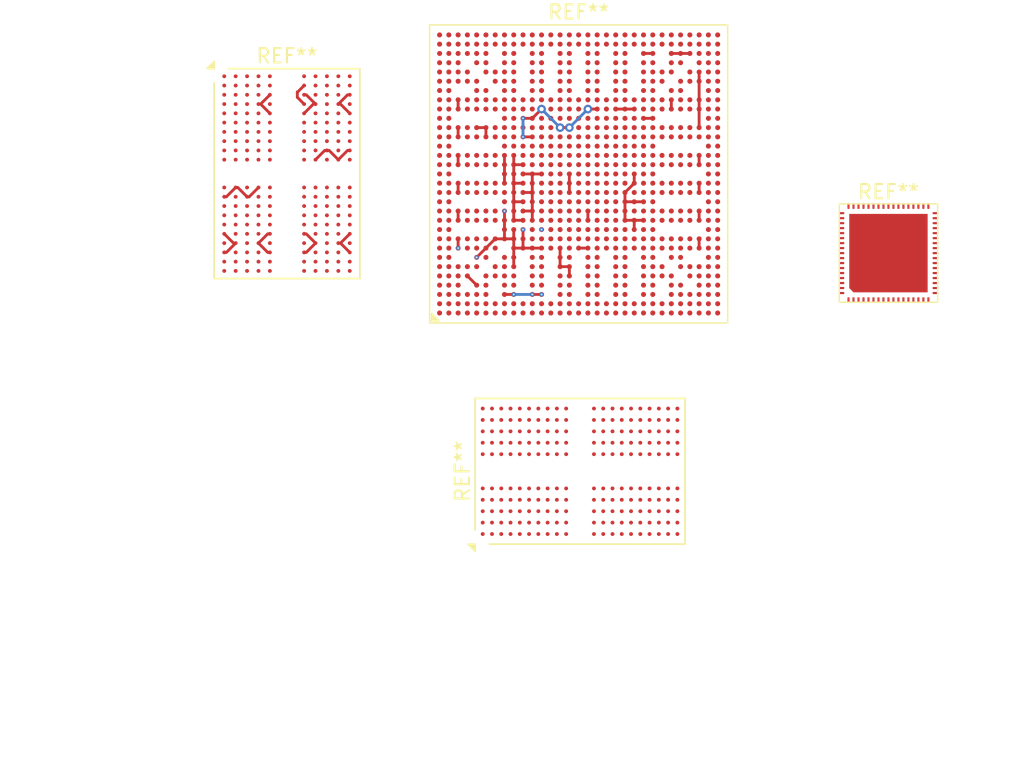
<source format=kicad_pcb>
(kicad_pcb (version 20240108) (generator "pcbnew") (generator_version "8.0")
  (layers (0 "F.Cu" signal) (31 "B.Cu" signal) (34 "B.Paste" user) (35 "F.Paste" user) (36 "B.SilkS" user "B.Silkscreen") (37 "F.SilkS" user "F.Silkscreen") (38 "B.Mask" user) (39 "F.Mask" user) (44 "Edge.Cuts" user))
  (net 0 "")
  (net 1 "GND")
  (net 2 "VCC.DDR")
  (net 3 "VCC_DDR")
  (footprint "Package_BGA:BGA-200_10.0x14.5mm_Layout12x22_P0.80x0.65mm" (layer "F.Cu") (at 66.975 64.35 90)
    (property "Reference" "REF**")
    (property "Value" "BGA-200_10.0x14.5mm_Layout12x22_P0.80x0.65mm")
  )
  (footprint "rock:BGA-828_21x21mm_31x31_P0.65mm" (layer "F.Cu") (at 66.875 43.5)
    (property "Reference" "REF**")
    (property "Value" "BGA-828_21x21mm_31x31_P0.65mm")
  )
  (footprint "Package_BGA:BGA-200_10.0x14.5mm_Layout12x22_P0.80x0.65mm" (layer "F.Cu") (at 46.425 43.475)
    (property "Reference" "REF**")
    (property "Value" "BGA-200_10.0x14.5mm_Layout12x22_P0.80x0.65mm")
  )
  (footprint "rock:QFN68_7x7mm_P0.35mm" (layer "F.Cu") (at 88.6 49.05)
    (property "Reference" "REF**")
    (property "Value" "QFN68_7x7mm_P0.35mm")
  )
  (segment (start 49.075 41.85) (end 48.425 42.5) (width 0.2) (layer "F.Cu") (net 0))
  (segment (start 47.625 49) (end 47.775 49) (width 0.2) (layer "F.Cu") (net 0))
  (segment (start 45.075 47.7) (end 44.425 48.35) (width 0.2) (layer "F.Cu") (net 0))
  (segment (start 49.375 41.85) (end 50.025 42.5) (width 0.2) (layer "F.Cu") (net 0))
  (segment (start 50.175 48.35) (end 50.825 47.7) (width 0.2) (layer "F.Cu") (net 0))
  (segment (start 49.225 41.85) (end 49.375 41.85) (width 0.2) (layer "F.Cu") (net 0))
  (segment (start 45.075 49) (end 44.425 48.35) (width 0.2) (layer "F.Cu") (net 0))
  (segment (start 49.225 41.85) (end 49.075 41.85) (width 0.2) (layer "F.Cu") (net 0))
  (segment (start 50.175 48.35) (end 50.825 49) (width 0.2) (layer "F.Cu") (net 0))
  (segment (start 42.175 45.1) (end 42.825 44.45) (width 0.2) (layer "F.Cu") (net 0))
  (segment (start 42.975 44.45) (end 43.625 45.1) (width 0.2) (layer "F.Cu") (net 0))
  (segment (start 48.275 38.6) (end 47.625 39.25) (width 0.2) (layer "F.Cu") (net 0))
  (segment (start 47.775 47.7) (end 48.425 48.35) (width 0.2) (layer "F.Cu") (net 0))
  (segment (start 43.775 45.1) (end 44.425 44.45) (width 0.2) (layer "F.Cu") (net 0))
  (segment (start 47.775 37.95) (end 48.425 38.6) (width 0.2) (layer "F.Cu") (net 0))
  (segment (start 44.425 38.6) (end 44.575 38.6) (width 0.2) (layer "F.Cu") (net 0))
  (segment (start 43.625 45.1) (end 43.775 45.1) (width 0.2) (layer "F.Cu") (net 0))
  (segment (start 50.825 41.85) (end 50.675 41.85) (width 0.2) (layer "F.Cu") (net 0))
  (segment (start 48.425 38.6) (end 48.275 38.6) (width 0.2) (layer "F.Cu") (net 0))
  (segment (start 45.225 47.7) (end 45.075 47.7) (width 0.2) (layer "F.Cu") (net 0))
  (segment (start 42.025 49) (end 42.175 49) (width 0.2) (layer "F.Cu") (net 0))
  (segment (start 50.025 38.6) (end 50.175 38.6) (width 0.2) (layer "F.Cu") (net 0))
  (segment (start 50.675 41.85) (end 50.025 42.5) (width 0.2) (layer "F.Cu") (net 0))
  (segment (start 42.825 44.45) (end 42.975 44.45) (width 0.2) (layer "F.Cu") (net 0))
  (segment (start 47.625 37.95) (end 47.775 37.95) (width 0.2) (layer "F.Cu") (net 0))
  (segment (start 50.675 37.95) (end 50.025 38.6) (width 0.2) (layer "F.Cu") (net 0))
  (segment (start 42.175 49) (end 42.825 48.35) (width 0.2) (layer "F.Cu") (net 0))
  (segment (start 42.825 48.35) (end 42.675 48.35) (width 0.2) (layer "F.Cu") (net 0))
  (segment (start 50.825 37.95) (end 50.675 37.95) (width 0.2) (layer "F.Cu") (net 0))
  (segment (start 44.575 38.6) (end 45.225 39.25) (width 0.2) (layer "F.Cu") (net 0))
  (segment (start 45.225 49) (end 45.075 49) (width 0.2) (layer "F.Cu") (net 0))
  (segment (start 42.675 48.35) (end 42.025 47.7) (width 0.2) (layer "F.Cu") (net 0))
  (segment (start 42.025 45.1) (end 42.175 45.1) (width 0.2) (layer "F.Cu") (net 0))
  (segment (start 50.175 38.6) (end 50.825 39.25) (width 0.2) (layer "F.Cu") (net 0))
  (segment (start 44.575 38.6) (end 45.225 37.95) (width 0.2) (layer "F.Cu") (net 0))
  (segment (start 47.775 49) (end 48.425 48.35) (width 0.2) (layer "F.Cu") (net 0))
  (segment (start 47.625 47.7) (end 47.775 47.7) (width 0.2) (layer "F.Cu") (net 0))
  (segment (start 50.025 48.35) (end 50.175 48.35) (width 0.2) (layer "F.Cu") (net 0))
  (segment (start 74.025 35.05) (end 74.675 35.05) (width 0.2) (layer "F.Cu") (net 1))
  (segment (start 70.125 46.1) (end 70.125 46.075) (width 0.2) (layer "F.Cu") (net 1))
  (segment (start 70.15 46.75) (end 70.775 46.75) (width 0.2) (layer "F.Cu") (net 1))
  (segment (start 61.675 44.15) (end 61.675 43.5) (width 0.2) (layer "F.Cu") (net 1))
  (segment (start 70.125 46.075) (end 70.125 45.45) (width 0.2) (layer "F.Cu") (net 1))
  (segment (start 66.225 50.65) (end 66.225 50) (width 0.2) (layer "F.Cu") (net 1))
  (segment (start 58.425 44.8) (end 58.425 44.15) (width 0.2) (layer "F.Cu") (net 1))
  (segment (start 62.275 48) (end 62.325 48) (width 0.2) (layer "F.Cu") (net 1))
  (segment (start 63.625 43.5) (end 62.975 43.5) (width 0.2) (layer "F.Cu") (net 1))
  (segment (start 59.075 50.65) (end 59.725 51.3) (width 0.2) (layer "F.Cu") (net 1))
  (segment (start 61.675 48) (end 61.7 48) (width 0.2) (layer "F.Cu") (net 1))
  (segment (start 70.775 47.375) (end 70.775 46.75) (width 0.2) (layer "F.Cu") (net 1))
  (segment (start 62.975 40.9) (end 63.625 40.9) (width 0.2) (layer "F.Cu") (net 1))
  (segment (start 62.325 48.05) (end 62.325 47.425) (width 0.2) (layer "F.Cu") (net 1))
  (segment (start 63.625 46.075) (end 63.625 45.45) (width 0.2) (layer "F.Cu") (net 1))
  (segment (start 67.525 48.7) (end 66.875 48.7) (width 0.2) (layer "F.Cu") (net 1))
  (segment (start 62.975 44.8) (end 63.625 44.8) (width 0.2) (layer "F.Cu") (net 1))
  (segment (start 70.775 46.75) (end 71.425 46.75) (width 0.2) (layer "F.Cu") (net 1))
  (segment (start 62.325 48.7) (end 62.975 48.7) (width 0.2) (layer "F.Cu") (net 1))
  (segment (start 61.675 48.05) (end 62.325 48.05) (width 0.2) (layer "F.Cu") (net 1))
  (segment (start 69.475 38.95) (end 70.125 38.95) (width 0.2) (layer "F.Cu") (net 1))
  (segment (start 65.575 40.25) (end 66.225 40.25) (width 0.2) (layer "F.Cu") (net 1))
  (segment (start 61.675 46.1) (end 61.675 48) (width 0.2) (layer "F.Cu") (net 1))
  (segment (start 66.225 44.8) (end 66.225 44.15) (width 0.2) (layer "F.Cu") (net 1))
  (segment (start 65.575 49.35) (end 65.575 48.7) (width 0.2) (layer "F.Cu") (net 1))
  (segment (start 58.425 38.95) (end 58.425 38.325) (width 0.2) (layer "F.Cu") (net 1))
  (segment (start 68.175 38.95) (end 67.525 38.95) (width 0.2) (layer "F.Cu") (net 1))
  (segment (start 61.675 43.5) (end 61.675 42.85) (width 0.2) (layer "F.Cu") (net 1))
  (segment (start 63.625 51.95) (end 64.275 51.95) (width 0.2) (layer "F.Cu") (net 1))
  (segment (start 61.025 48.05) (end 60.375 48.7) (width 0.2) (layer "F.Cu") (net 1))
  (segment (start 75.325 46.75) (end 75.325 46.1) (width 0.2) (layer "F.Cu") (net 1))
  (segment (start 66.225 44.15) (end 66.225 43.5) (width 0.2) (layer "F.Cu") (net 1))
  (segment (start 67.525 46.75) (end 67.525 46.1) (width 0.2) (layer "F.Cu") (net 1))
  (segment (start 62.325 51.95) (end 61.675 51.95) (width 0.2) (layer "F.Cu") (net 1))
  (segment (start 62.325 49.35) (end 62.325 48.7) (width 0.2) (layer "F.Cu") (net 1))
  (segment (start 70.125 46.75) (end 70.15 46.75) (width 0.2) (layer "F.Cu") (net 1))
  (segment (start 73.375 35.05) (end 74.025 35.05) (width 0.2) (layer "F.Cu") (net 1))
  (segment (start 63.625 45.45) (end 63.625 44.15) (width 0.2) (layer "F.Cu") (net 1))
  (segment (start 70.775 45.45) (end 70.125 45.45) (width 0.2) (layer "F.Cu") (net 1))
  (segment (start 62.975 47.4) (end 62.975 48.7) (width 0.2) (layer "F.Cu") (net 1))
  (segment (start 59.725 40.25) (end 60.375 40.25) (width 0.2) (layer "F.Cu") (net 1))
  (segment (start 62.975 48.7) (end 63.625 48.7) (width 0.2) (layer "F.Cu") (net 1))
  (segment (start 60.375 40.9) (end 60.375 40.25) (width 0.2) (layer "F.Cu") (net 1))
  (segment (start 63.625 43.5) (end 64.275 43.5) (width 0.2) (layer "F.Cu") (net 1))
  (segment (start 63.625 48.7) (end 64.275 48.7) (width 0.2) (layer "F.Cu") (net 1))
  (segment (start 75.325 37) (end 75.325 36.35) (width 0.2) (layer "F.Cu") (net 1))
  (segment (start 62.325 48.7) (end 62.325 48.05) (width 0.2) (layer "F.Cu") (net 1))
  (segment (start 70.775 44.15) (end 70.775 43.5) (width 0.2) (layer "F.Cu") (net 1))
  (segment (start 75.325 44.8) (end 75.325 44.15) (width 0.2) (layer "F.Cu") (net 1))
  (segment (start 75.325 42.85) (end 75.325 42.2) (width 0.2) (layer "F.Cu") (net 1))
  (segment (start 60.375 48.7) (end 59.725 49.35) (width 0.2) (layer "F.Cu") (net 1))
  (segment (start 61.025 48.05) (end 61.675 48.05) (width 0.2) (layer "F.Cu") (net 1))
  (segment (start 58.425 42.85) (end 58.425 42.2) (width 0.2) (layer "F.Cu") (net 1))
  (segment (start 72.075 35.05) (end 71.425 35.05) (width 0.2) (layer "F.Cu") (net 1))
  (segment (start 75.325 38.95) (end 75.325 38.3) (width 0.2) (layer "F.Cu") (net 1))
  (segment (start 58.425 48.7) (end 58.425 48.05) (width 0.2) (layer "F.Cu") (net 1))
  (segment (start 70.125 46.1) (end 70.125 46.75) (width 0.2) (layer "F.Cu") (net 1))
  (segment (start 71.425 39.6) (end 72.075 39.6) (width 0.2) (layer "F.Cu") (net 1))
  (segment (start 75.325 38.3) (end 75.325 37) (width 0.2) (layer "F.Cu") (net 1))
  (segment (start 58.425 40.9) (end 58.425 40.25) (width 0.2) (layer "F.Cu") (net 1))
  (segment (start 63.625 46.75) (end 63.625 46.1) (width 0.2) (layer "F.Cu") (net 1))
  (segment (start 70.775 45.45) (end 70.675 45.45) (width 0.2) (layer "F.Cu") (net 1))
  (segment (start 70.125 44.8) (end 70.125 45.45) (width 0.2) (layer "F.Cu") (net 1))
  (segment (start 61.675 42.85) (end 61.675 42.2) (width 0.2) (layer "F.Cu") (net 1))
  (segment (start 63.625 39.6) (end 62.975 39.6) (width 0.2) (layer "F.Cu") (net 1))
  (segment (start 66.225 50) (end 65.575 50) (width 0.2) (layer "F.Cu") (net 1))
  (segment (start 75.325 40.25) (end 75.325 38.95) (width 0.2) (layer "F.Cu") (net 1))
  (segment (start 63.625 39.6) (end 64.275 38.95) (width 0.2) (layer "F.Cu") (net 1))
  (segment (start 58.425 46.75) (end 58.425 46.1) (width 0.2) (layer "F.Cu") (net 1))
  (segment (start 70.775 47.4) (end 70.775 47.375) (width 0.2) (layer "F.Cu") (net 1))
  (segment (start 71.425 45.45) (end 70.775 45.45) (width 0.2) (layer "F.Cu") (net 1))
  (segment (start 61.675 46.1) (end 61.675 46.05) (width 0.2) (layer "F.Cu") (net 1))
  (segment (start 73.375 38.95) (end 73.375 38.3) (width 0.2) (layer "F.Cu") (net 1))
  (segment (start 63.625 44.15) (end 63.625 43.5) (width 0.2) (layer "F.Cu") (net 1))
  (segment (start 62.325 50) (end 62.325 49.35) (width 0.2) (layer "F.Cu") (net 1))
  (segment (start 70.125 38.95) (end 70.775 38.95) (width 0.2) (layer "F.Cu") (net 1))
  (segment (start 65.575 50) (end 65.575 49.35) (width 0.2) (layer "F.Cu") (net 1))
  (segment (start 62.975 46.1) (end 63.625 46.1) (width 0.2) (layer "F.Cu") (net 1))
  (segment (start 75.325 48.7) (end 75.325 48.05) (width 0.2) (layer "F.Cu") (net 1))
  (segment (start 70.125 44.8) (end 70.775 44.15) (width 0.2) (layer "F.Cu") (net 1))
  (via (at 64.275 38.95) (size 0.6) (drill 0.3) (layers "F.Cu" "B.Cu") (net 1))
  (via (at 66.225 40.25) (size 0.6) (drill 0.3) (layers "F.Cu" "B.Cu") (net 1))
  (via (at 64.275 47.4) (size 0.3) (drill 0.1) (layers "F.Cu" "B.Cu") (net 1))
  (via (at 67.525 38.95) (size 0.6) (drill 0.3) (layers "F.Cu" "B.Cu") (net 1))
  (via (at 65.575 40.25) (size 0.6) (drill 0.3) (layers "F.Cu" "B.Cu") (net 1))
  (via (at 62.975 47.4) (size 0.3) (drill 0.1) (layers "F.Cu" "B.Cu") (net 1))
  (via (at 64.275 51.95) (size 0.3) (drill 0.1) (layers "F.Cu" "B.Cu") (net 1))
  (via (at 61.675 46.1) (size 0.3) (drill 0.1) (layers "F.Cu" "B.Cu") (net 1))
  (via (at 58.425 48.7) (size 0.3) (drill 0.1) (layers "F.Cu" "B.Cu") (net 1))
  (via (at 62.325 51.95) (size 0.3) (drill 0.1) (layers "F.Cu" "B.Cu") (net 1))
  (via (at 63.625 51.95) (size 0.3) (drill 0.1) (layers "F.Cu" "B.Cu") (net 1))
  (via (at 62.975 40.9) (size 0.3) (drill 0.1) (layers "F.Cu" "B.Cu") (net 1))
  (via (at 62.975 39.6) (size 0.3) (drill 0.1) (layers "F.Cu" "B.Cu") (net 1))
  (via (at 59.725 49.35) (size 0.3) (drill 0.1) (layers "F.Cu" "B.Cu") (net 1))
  (segment (start 67.525 38.95) (end 66.225 40.25) (width 0.2) (layer "B.Cu") (net 1))
  (segment (start 63.625 51.95) (end 62.325 51.95) (width 0.2) (layer "B.Cu") (net 1))
  (segment (start 62.975 40.9) (end 62.975 39.6) (width 0.2) (layer "B.Cu") (net 1))
  (segment (start 64.275 38.95) (end 65.575 40.25) (width 0.2) (layer "B.Cu") (net 1))
  (segment (start 62.975 44.15) (end 62.325 44.15) (width 0.2) (layer "F.Cu") (net 2))
  (segment (start 62.325 45.45) (end 62.325 46.75) (width 0.2) (layer "F.Cu") (net 2))
  (segment (start 62.975 42.85) (end 62.325 42.85) (width 0.2) (layer "F.Cu") (net 2))
  (segment (start 62.325 45.45) (end 62.325 42.2) (width 0.2) (layer "F.Cu") (net 2))
  (segment (start 62.325 46.75) (end 62.975 46.75) (width 0.2) (layer "F.Cu") (net 2))
  (segment (start 62.975 45.45) (end 62.325 45.45) (width 0.2) (layer "F.Cu") (net 2))
  (segment (start 47.15 37.75) (end 47.15 38.125) (width 0.2) (layer "F.Cu") (net 3))
  (segment (start 47.15 38.125) (end 47.625 38.6) (width 0.2) (layer "F.Cu") (net 3))
  (segment (start 47.625 37.3) (end 47.175 37.75) (width 0.2) (layer "F.Cu") (net 3))
  (segment (start 47.175 37.75) (end 47.15 37.75) (width 0.2) (layer "F.Cu") (net 3))
)
</source>
